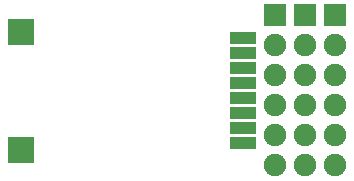
<source format=gbs>
G04*
G04 #@! TF.GenerationSoftware,Altium Limited,Altium Designer,22.2.1 (43)*
G04*
G04 Layer_Color=16711935*
%FSTAX25Y25*%
%MOIN*%
G70*
G04*
G04 #@! TF.SameCoordinates,CAACB314-B994-4A0E-AD61-3740CE87C19C*
G04*
G04*
G04 #@! TF.FilePolarity,Negative*
G04*
G01*
G75*
%ADD37R,0.07493X0.07493*%
%ADD38C,0.07493*%
%ADD49R,0.08674X0.04343*%
%ADD50R,0.08674X0.08674*%
D37*
X011Y-0001D02*
D03*
X01D02*
D03*
X009D02*
D03*
D38*
X011Y-0011D02*
D03*
Y-0021D02*
D03*
Y-0031D02*
D03*
Y-0041D02*
D03*
Y-0051D02*
D03*
X01Y-0011D02*
D03*
Y-0021D02*
D03*
Y-0031D02*
D03*
Y-0041D02*
D03*
Y-0051D02*
D03*
X009Y-0011D02*
D03*
Y-0021D02*
D03*
Y-0031D02*
D03*
Y-0041D02*
D03*
Y-0051D02*
D03*
D49*
X0079665Y-0008461D02*
D03*
Y-0013461D02*
D03*
Y-0018461D02*
D03*
Y-0023461D02*
D03*
Y-0028461D02*
D03*
Y-0033461D02*
D03*
Y-0038461D02*
D03*
Y-0043461D02*
D03*
D50*
X000565Y-0045862D02*
D03*
Y-0006492D02*
D03*
M02*

</source>
